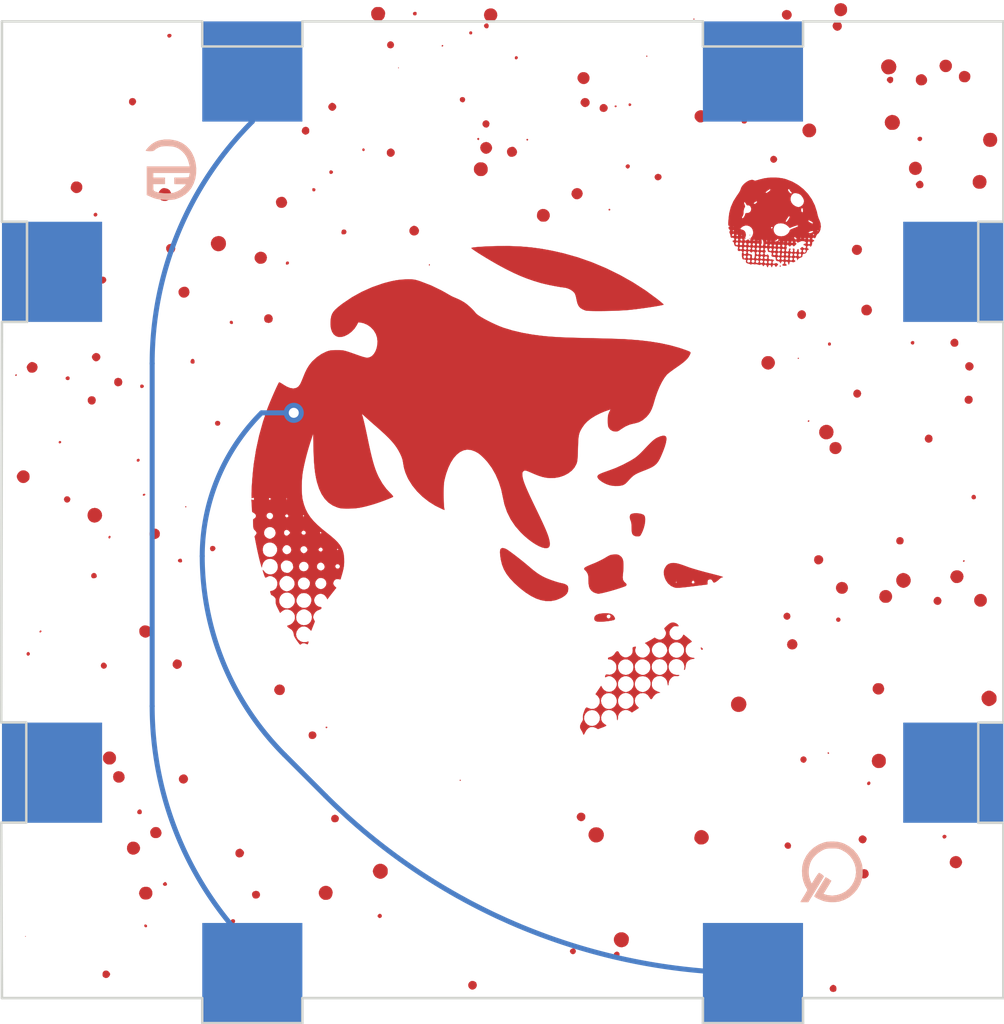
<source format=kicad_pcb>
(kicad_pcb (version 20210722) (generator pcbnew)
  (layers (0 "F.Cu" signal "Front") (31 "B.Cu" signal "Back") (34 "B.Paste" user) (35 "F.Paste" user) (36 "B.SilkS" user "B.Silkscreen") (37 "F.SilkS" user "F.Silkscreen") (38 "B.Mask" user) (39 "F.Mask" user) (44 "Edge.Cuts" user))
  (net 0 "")
  (footprint "LOGO" (layer "F.Cu") (at 32.7 31.7)
    (fp_text reference "G***" hide)
    (fp_text value "LOGO" hide)
  )
  (footprint "LOGO" (layer "F.Cu") (at 18.7 19.7)
    (fp_text reference "G***" hide)
    (fp_text value "LOGO" hide)
  )
  (footprint "LOGO" (layer "F.Cu") (at 32.7 31.7)
    (fp_text reference "G***" hide)
    (fp_text value "LOGO" hide)
  )
  (footprint "LOGO" (layer "F.Cu") (at 32.7 31.7)
    (fp_text reference "G***" hide)
    (fp_text value "LOGO" hide)
  )
  (footprint "LOGO" (layer "F.Cu") (at 44.64896 47.69086)
    (fp_text reference "G***" hide)
    (fp_text value "LOGO" hide)
  )
  (footprint "LOGO" (layer "F.Cu") (at 32.7 31.7)
    (fp_text reference "G***" hide)
    (fp_text value "LOGO" hide)
  )
  (footprint "LOGO" (layer "F.Cu") (at 32.7 31.7)
    (fp_text reference "G***" hide)
    (fp_text value "LOGO" hide)
  )
  (footprint "LOGO" (layer "F.Cu") (at 32.7 31.7)
    (fp_text reference "G***" hide)
    (fp_text value "LOGO" hide)
  )
  (footprint "LOGO" (layer "F.Cu") (at 32.7 31.7)
    (fp_text reference "G***" hide)
    (fp_text value "LOGO" hide)
  )
  (footprint "Components:JoinPad" (layer "B.Cu") (at 14.7 42.7 180)
    (fp_text reference "REF**" hide)
    (fp_text value "JoinPad" hide)
  )
  (footprint "Components:JoinPad" (layer "B.Cu") (at 50.7 42.7 180)
    (fp_text reference "REF**" hide)
    (fp_text value "JoinPad" hide)
  )
  (footprint "Components:JoinPad" (layer "B.Cu") (at 14.7 22.7 180)
    (fp_text reference "REF**" hide)
    (fp_text value "JoinPad" hide)
  )
  (footprint "Components:JoinPad" (layer "B.Cu") (at 42.7 50.7 180)
    (fp_text reference "REF**" hide)
    (fp_text value "JoinPad" hide)
  )
  (footprint "Components:JoinPad" (layer "B.Cu") (at 22.7 14.7 180)
    (fp_text reference "REF**" hide)
    (fp_text value "JoinPad" hide)
  )
  (footprint "Components:JoinPad" (layer "B.Cu") (at 22.7 50.7 180)
    (fp_text reference "REF**" hide)
    (fp_text value "JoinPad" hide)
  )
  (footprint "Components:JoinPad" (layer "B.Cu") (at 42.7 14.7 180)
    (fp_text reference "REF**" hide)
    (fp_text value "JoinPad" hide)
  )
  (footprint "Components:JoinPad" (layer "B.Cu") (at 50.7 22.7 180)
    (fp_text reference "REF**" hide)
    (fp_text value "JoinPad" hide)
  )
  (gr_line (start 44.7 52.7) (end 40.7 52.7) (layer "Edge.Cuts") (width 0.1))
  (gr_line (start 20.7 13.7) (end 20.7 12.7) (layer "Edge.Cuts") (width 0.1))
  (gr_line (start 52.7 44.7) (end 51.7 44.7) (layer "Edge.Cuts") (width 0.1))
  (gr_line (start 51.7 20.7) (end 52.7 20.7) (layer "Edge.Cuts") (width 0.1))
  (gr_line (start 13.7 20.7) (end 13.7 24.7) (layer "Edge.Cuts") (width 0.1))
  (gr_line (start 44.7 51.7) (end 44.7 52.7) (layer "Edge.Cuts") (width 0.1))
  (gr_line (start 40.7 52.7) (end 40.7 51.7) (layer "Edge.Cuts") (width 0.1))
  (gr_line (start 52.7 51.7) (end 52.7 44.7) (layer "Edge.Cuts") (width 0.1))
  (gr_line (start 40.7 51.7) (end 24.7 51.7) (layer "Edge.Cuts") (width 0.1))
  (gr_line (start 24.7 52.7) (end 20.7 52.7) (layer "Edge.Cuts") (width 0.1))
  (gr_line (start 13.7 24.7) (end 12.7 24.7) (layer "Edge.Cuts") (width 0.1))
  (gr_line (start 13.6713 40.69208) (end 13.6713 44.69208) (layer "Edge.Cuts") (width 0.1))
  (gr_line (start 52.7 24.7) (end 51.7 24.7) (layer "Edge.Cuts") (width 0.1))
  (gr_line (start 13.6713 44.69208) (end 12.6713 44.69208) (layer "Edge.Cuts") (width 0.1))
  (gr_line (start 52.7 20.7) (end 52.7 12.7) (layer "Edge.Cuts") (width 0.1))
  (gr_line (start 20.7 51.7) (end 12.7 51.7) (layer "Edge.Cuts") (width 0.1))
  (gr_line (start 24.7 13.7) (end 20.7 13.7) (layer "Edge.Cuts") (width 0.1))
  (gr_line (start 52.7 51.7) (end 44.7 51.7) (layer "Edge.Cuts") (width 0.1))
  (gr_line (start 40.7 13.7) (end 40.7 12.7) (layer "Edge.Cuts") (width 0.1))
  (gr_line (start 12.7 20.7) (end 13.7 20.7) (layer "Edge.Cuts") (width 0.1))
  (gr_line (start 52.7 40.7) (end 52.7 24.7) (layer "Edge.Cuts") (width 0.1))
  (gr_line (start 12.7 51.7) (end 12.6713 44.69208) (layer "Edge.Cuts") (width 0.1))
  (gr_line (start 40.7 12.7) (end 24.7 12.7) (layer "Edge.Cuts") (width 0.1))
  (gr_line (start 12.7 20.7) (end 12.7 12.7) (layer "Edge.Cuts") (width 0.1))
  (gr_line (start 44.7 12.7) (end 44.7 13.7) (layer "Edge.Cuts") (width 0.1))
  (gr_line (start 20.7 52.7) (end 20.7 51.7) (layer "Edge.Cuts") (width 0.1))
  (gr_line (start 51.7 44.7) (end 51.7 40.7) (layer "Edge.Cuts") (width 0.1))
  (gr_line (start 12.6713 40.69208) (end 13.6713 40.69208) (layer "Edge.Cuts") (width 0.1))
  (gr_line (start 51.7 24.7) (end 51.7 20.7) (layer "Edge.Cuts") (width 0.1))
  (gr_line (start 24.7 51.7) (end 24.7 52.7) (layer "Edge.Cuts") (width 0.1))
  (gr_line (start 44.7 13.7) (end 40.7 13.7) (layer "Edge.Cuts") (width 0.1))
  (gr_line (start 20.7 12.7) (end 12.7 12.7) (layer "Edge.Cuts") (width 0.1))
  (gr_line (start 52.7 12.7) (end 44.7 12.7) (layer "Edge.Cuts") (width 0.1))
  (gr_line (start 51.7 40.7) (end 52.7 40.7) (layer "Edge.Cuts") (width 0.1))
  (gr_line (start 12.6713 40.69208) (end 12.7 24.7) (layer "Edge.Cuts") (width 0.1))
  (gr_line (start 24.7 12.7) (end 24.7 13.7) (layer "Edge.Cuts") (width 0.1))
  (via (at 24.356484 28.329944) (size 0.8) (drill 0.4) (layers "F.Cu" "B.Cu") (net 0))
  (segment (start 18.7 40.043144) (end 18.7 26.356872) (width 0.2) (layer "B.Cu") (net 0))
  (segment (start 22.7 16.7) (end 22.7 14.7) (width 0.2) (layer "B.Cu") (net 0))
  (segment (start 25.629009 43.629009) (end 23.98676 41.98676) (width 0.2) (layer "B.Cu") (net 0))
  (segment (start 22.7 50.7) (end 22.7 49.7) (width 0.2) (layer "B.Cu") (net 0))
  (segment (start 23.070056 28.329944) (end 24.356484 28.329944) (width 0.2) (layer "B.Cu") (net 0))
  (arc (start 25.629009 43.629009) (mid 33.461196 48.862309) (end 42.7 50.7) (width 0.2) (layer "B.Cu") (net 0))
  (arc (start 23.070056 28.329944) (mid 21.315963 30.955142) (end 20.7 34.051803) (width 0.2) (layer "B.Cu") (net 0))
  (arc (start 22.7 16.7) (mid 19.739569 21.130604) (end 18.7 26.356872) (width 0.2) (layer "B.Cu") (net 0))
  (arc (start 23.98676 41.98676) (mid 21.554201 38.346178) (end 20.7 34.051803) (width 0.2) (layer "B.Cu") (net 0))
  (arc (start 18.7 40.043144) (mid 19.739566 45.269397) (end 22.7 49.7) (width 0.2) (layer "B.Cu") (net 0))
)
</source>
